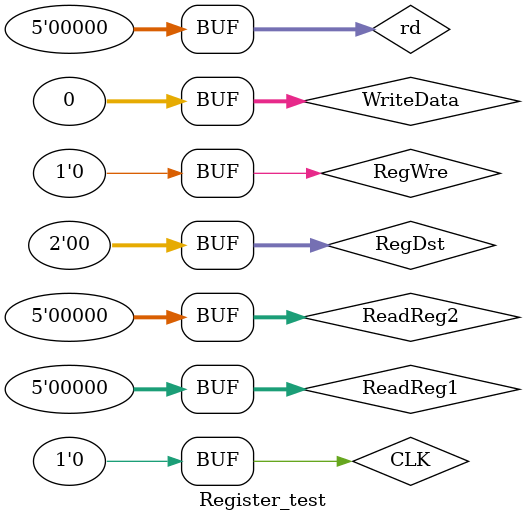
<source format=v>
`timescale 1ns / 1ps


module Register_test;

	// Inputs
	reg CLK;
	reg [4:0] ReadReg1;
	reg [4:0] ReadReg2;
	reg [4:0] rd;
	reg [31:0] WriteData;
	reg [1:0] RegDst;
	reg RegWre;

	// Outputs
	wire [31:0] ReadData1;
	wire [31:0] ReadData2;
	wire [31:0] WriteReg;

	// Instantiate the Unit Under Test (UUT)
	RegisterFile uut (
		.CLK(CLK), 
		.ReadReg1(ReadReg1), 
		.ReadReg2(ReadReg2), 
		.rd(rd), 
		.WriteData(WriteData), 
		.RegDst(RegDst), 
		.RegWre(RegWre), 
		.ReadData1(ReadData1), 
		.ReadData2(ReadData2), 
		.WriteReg(WriteReg)
	);

	initial begin
		// Initialize Inputs
		CLK = 0;
		ReadReg1 = 0;
		ReadReg2 = 0;
		rd = 0;
		WriteData = 0;
		RegDst = 0;
		RegWre = 0;

		// Wait 100 ns for global reset to finish
		#100;
        
		// Add stimulus here

	end
      
endmodule


</source>
